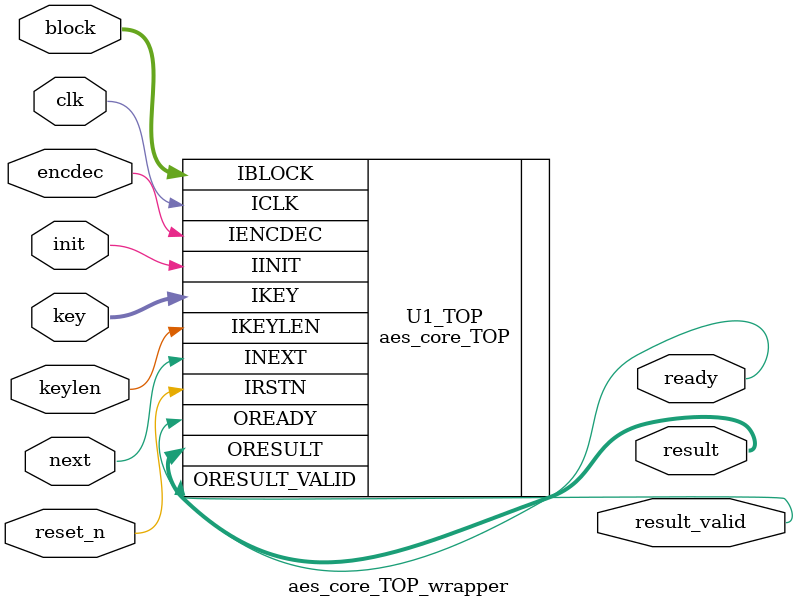
<source format=v>
module aes_core_TOP_wrapper (
	input			clk,
	input			reset_n,
	input			encdec,
	input			init,
	input			next,
	output			ready,
	input	[255:0]	key,
	input			keylen,
	input	[127:0]	block,
	output	[127:0]	result,
	output			result_valid
);

aes_core_TOP U1_TOP (
	.ICLK			(clk),
	.IRSTN			(reset_n),
	.IENCDEC		(encdec),
	.IINIT			(init),
	.INEXT			(next),
	.OREADY			(ready),
	.IKEY			(key),
	.IKEYLEN		(keylen),
	.IBLOCK			(block),
	.ORESULT		(result),
	.ORESULT_VALID	(result_valid)
);

endmodule

</source>
